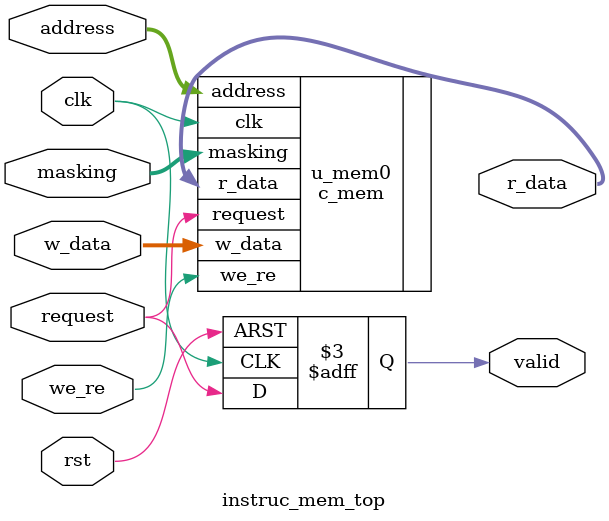
<source format=v>
module instruc_mem_top #(
    parameter INIT_MEM = 0
)(
    input wire rst,
    input wire clk,
    input wire request,
    input wire [7:0] address,
    input wire [31:0] w_data,
    input wire [3:0] masking,
    input wire we_re,

    output reg valid,
    output wire [31:0] r_data
    );

    always @(posedge clk or negedge rst ) begin
        if(!rst)begin
            valid<=0;
        end
        else begin
            valid <= request;
        end
    end

    c_mem #(
      .INIT_MEM(INIT_MEM)
    )
    u_mem0 (
        .clk(clk),
        .we_re(we_re),
        .masking(masking),
        .address(address),
        .w_data(w_data),
        .request(request),
        .r_data(r_data)
    );
endmodule
</source>
